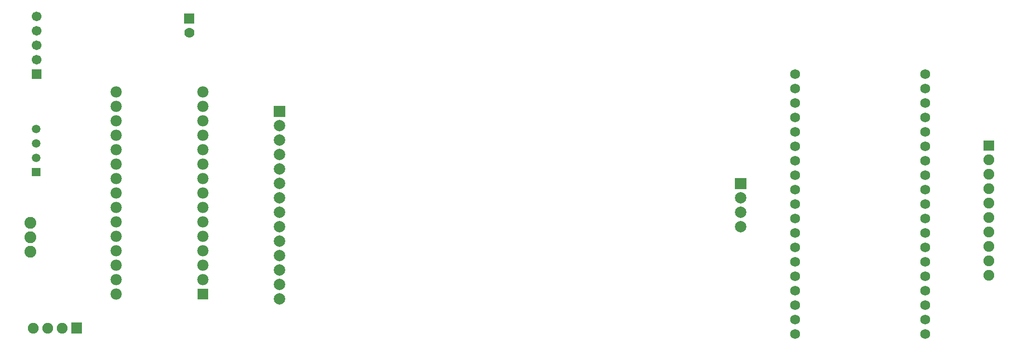
<source format=gts>
G04 Layer: TopSolderMaskLayer*
G04 EasyEDA v6.4.17, 2021-03-15T19:29:33+07:00*
G04 1d297f51d7db443abc13b46094b112d6,e617fcbdf3ae42ba82bc49894c1518df,10*
G04 Gerber Generator version 0.2*
G04 Scale: 100 percent, Rotated: No, Reflected: No *
G04 Dimensions in millimeters *
G04 leading zeros omitted , absolute positions ,4 integer and 5 decimal *
%FSLAX45Y45*%
%MOMM*%

%ADD15C,1.7780*%
%ADD37C,1.7018*%
%ADD38R,1.7018X1.7018*%
%ADD40C,1.4986*%
%ADD41C,1.9812*%
%ADD42R,1.9812X1.9812*%
%ADD43C,2.0828*%
%ADD44C,2.0032*%
%ADD46C,1.7272*%
%ADD48C,1.9032*%

%LPD*%
D37*
G01*
X584200Y6350000D03*
G01*
X584200Y6096000D03*
G01*
X584200Y5842000D03*
G01*
X584200Y5588000D03*
D38*
G01*
X584200Y5334000D03*
G36*
X496570Y3531870D02*
G01*
X496570Y3681729D01*
X646429Y3681729D01*
X646429Y3531870D01*
G37*
D40*
G01*
X571500Y3860800D03*
G01*
X571500Y4114800D03*
G01*
X571500Y4368800D03*
D41*
G01*
X1981200Y5016500D03*
G01*
X1981200Y4762500D03*
G01*
X1981200Y4508500D03*
G01*
X1981200Y4254500D03*
G01*
X1981200Y4000500D03*
G01*
X1981200Y3746500D03*
G01*
X1981200Y3492500D03*
G01*
X1981200Y3238500D03*
G01*
X1981200Y2984500D03*
G01*
X1981200Y2730500D03*
G01*
X1981200Y2476500D03*
G01*
X1981200Y2222500D03*
G01*
X1981200Y1968500D03*
G01*
X1981200Y1714500D03*
G01*
X1981200Y1460500D03*
G01*
X3505200Y5016500D03*
G01*
X3505200Y4762500D03*
G01*
X3505200Y4508500D03*
G01*
X3505200Y4254500D03*
G01*
X3505200Y4000500D03*
G01*
X3505200Y3746500D03*
G01*
X3505200Y3492500D03*
G01*
X3505200Y3238500D03*
G01*
X3505200Y2984500D03*
G01*
X3505200Y2730500D03*
G01*
X3505200Y2476500D03*
G01*
X3505200Y2222500D03*
G01*
X3505200Y1968500D03*
G01*
X3505200Y1714500D03*
D42*
G01*
X3505200Y1460500D03*
D43*
G01*
X469900Y2209800D03*
G01*
X469900Y2463800D03*
G01*
X469900Y2717800D03*
D44*
G01*
X4847590Y1373886D03*
G01*
X4847590Y1627886D03*
G01*
X4847590Y1881886D03*
G01*
X4847590Y2135886D03*
G01*
X4847590Y2389886D03*
G01*
X4847590Y2643886D03*
G01*
X4847590Y2897886D03*
G01*
X4847590Y3151631D03*
G01*
X4847590Y3405631D03*
G01*
X4847590Y3659631D03*
G01*
X4847590Y3913631D03*
G01*
X4847590Y4167631D03*
G01*
X4847590Y4421631D03*
G36*
X4747768Y4575302D02*
G01*
X4747768Y4775707D01*
X4947920Y4775707D01*
X4947920Y4575302D01*
G37*
G01*
X12947904Y2643886D03*
G01*
X12947904Y2897886D03*
G01*
X12947904Y3151631D03*
G36*
X12847827Y3305555D02*
G01*
X12847827Y3505707D01*
X13047979Y3505707D01*
X13047979Y3305555D01*
G37*
D46*
G01*
X16192500Y762000D03*
G01*
X16192500Y1016000D03*
G01*
X16192500Y1270000D03*
G01*
X16192500Y1524000D03*
G01*
X16192500Y1778000D03*
G01*
X16192500Y2032000D03*
G01*
X16192500Y2286000D03*
G01*
X16192500Y2540000D03*
G01*
X16192500Y2794000D03*
G01*
X16192500Y3048000D03*
G01*
X16192500Y3302000D03*
G01*
X16192500Y3556000D03*
G01*
X16192500Y3810000D03*
G01*
X16192500Y4064000D03*
G01*
X16192500Y4318000D03*
G01*
X16192500Y4572000D03*
G01*
X16192500Y4826000D03*
G01*
X16192500Y5080000D03*
G01*
X16192500Y5334000D03*
G01*
X13906500Y5334000D03*
G01*
X13906500Y5080000D03*
G01*
X13906500Y4826000D03*
G01*
X13906500Y4572000D03*
G01*
X13906500Y4318000D03*
G01*
X13906500Y4064000D03*
G01*
X13906500Y3810000D03*
G01*
X13906500Y3556000D03*
G01*
X13906500Y3302000D03*
G01*
X13906500Y3048000D03*
G01*
X13906500Y2794000D03*
G01*
X13906500Y2540000D03*
G01*
X13906500Y2286000D03*
G01*
X13906500Y2032000D03*
G01*
X13906500Y1778000D03*
G01*
X13906500Y1524000D03*
G01*
X13906500Y1270000D03*
G01*
X13906500Y1016000D03*
G01*
X13906500Y762000D03*
G36*
X3175000Y6223000D02*
G01*
X3175000Y6400800D01*
X3352800Y6400800D01*
X3352800Y6223000D01*
G37*
D15*
G01*
X3263900Y6057900D03*
G36*
X1187450Y768350D02*
G01*
X1187450Y958850D01*
X1377950Y958850D01*
X1377950Y768350D01*
G37*
D48*
G01*
X1028700Y863600D03*
G01*
X774700Y863600D03*
G01*
X520700Y863600D03*
G01*
X17310100Y1790700D03*
G01*
X17310100Y2044700D03*
G01*
X17310100Y2298700D03*
G01*
X17310100Y2552700D03*
G01*
X17310100Y2806700D03*
G01*
X17310100Y3060700D03*
G01*
X17310100Y3314700D03*
G01*
X17310100Y3568700D03*
G01*
X17310100Y3822700D03*
G36*
X17214850Y3987800D02*
G01*
X17214850Y4165600D01*
X17405350Y4165600D01*
X17405350Y3987800D01*
G37*
M02*

</source>
